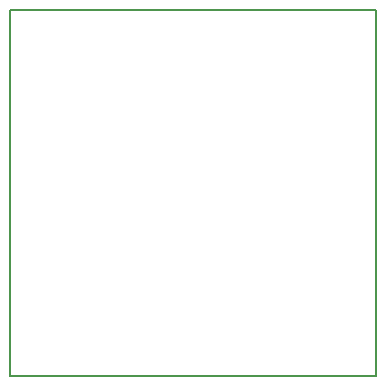
<source format=gko>
G04 DipTrace 3.0.0.1*
G04 Limbus-modelD-rev01.GKO*
%MOMM*%
G04 #@! TF.FileFunction,Profile*
G04 #@! TF.Part,Single*
%ADD11C,0.14*%
%FSLAX35Y35*%
G04*
G71*
G90*
G75*
G01*
G04 BoardOutline*
%LPD*%
X1000000Y1000000D2*
D11*
Y4100000D1*
X4100000D1*
Y1000000D1*
X1000000D1*
M02*

</source>
